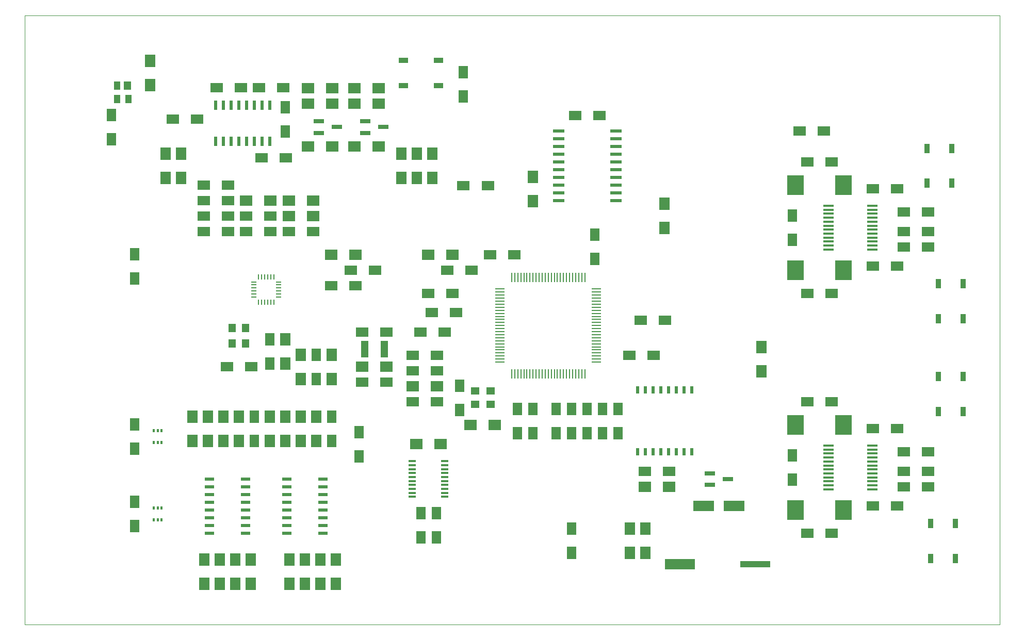
<source format=gbr>
G04 #@! TF.FileFunction,Paste,Top*
%FSLAX46Y46*%
G04 Gerber Fmt 4.6, Leading zero omitted, Abs format (unit mm)*
G04 Created by KiCad (PCBNEW 4.0.3-stable) date 09/09/16 20:24:20*
%MOMM*%
%LPD*%
G01*
G04 APERTURE LIST*
%ADD10C,0.100000*%
%ADD11R,1.270000X0.406400*%
%ADD12R,1.198880X1.399540*%
%ADD13R,1.000760X1.399540*%
%ADD14R,0.508000X1.143000*%
%ADD15R,1.800860X0.800100*%
%ADD16R,1.400000X1.200000*%
%ADD17R,1.200000X1.400000*%
%ADD18R,0.508000X1.543000*%
%ADD19R,1.543000X0.508000*%
%ADD20R,1.950000X0.600000*%
%ADD21R,0.350000X0.600000*%
%ADD22R,3.500120X1.800860*%
%ADD23R,0.280000X1.500000*%
%ADD24R,1.500000X0.280000*%
%ADD25R,1.500000X0.900000*%
%ADD26R,0.900000X1.500000*%
%ADD27R,5.000000X1.800000*%
%ADD28R,5.000000X1.000000*%
%ADD29R,1.150000X2.700000*%
%ADD30R,1.750000X0.400000*%
%ADD31R,0.850000X0.230000*%
%ADD32R,0.230000X0.850000*%
%ADD33R,2.000000X1.600000*%
%ADD34R,1.600000X2.000000*%
%ADD35R,2.700000X3.200000*%
%ADD36R,1.700000X2.000000*%
%ADD37R,2.000000X1.700000*%
G04 APERTURE END LIST*
D10*
X0Y-100000000D02*
X0Y0D01*
X160000000Y-100000000D02*
X0Y-100000000D01*
X160000000Y0D02*
X160000000Y-100000000D01*
X0Y0D02*
X160000000Y0D01*
D11*
X68952000Y-79046000D03*
X68952000Y-78411000D03*
X68952000Y-77750600D03*
X68952000Y-77090200D03*
X68952000Y-76455200D03*
X68952000Y-75794800D03*
X68952000Y-75134400D03*
X68952000Y-74499400D03*
X68952000Y-73839000D03*
X68952000Y-73204000D03*
X63618000Y-73204000D03*
X63618000Y-73839000D03*
X63618000Y-74499400D03*
X63618000Y-75134400D03*
X63618000Y-75794800D03*
X63618000Y-76455200D03*
X63618000Y-77090200D03*
X63618000Y-77750600D03*
X63618000Y-78411000D03*
X63618000Y-79046000D03*
D12*
X16889620Y-11525180D03*
D13*
X15170040Y-11525180D03*
X15170040Y-13724820D03*
X17069960Y-13724820D03*
D14*
X100575000Y-71680000D03*
X101845000Y-71680000D03*
X103115000Y-71680000D03*
X104385000Y-71680000D03*
X105655000Y-71680000D03*
X106925000Y-71680000D03*
X108195000Y-71680000D03*
X109465000Y-71680000D03*
X109465000Y-61520000D03*
X108195000Y-61520000D03*
X106925000Y-61520000D03*
X105655000Y-61520000D03*
X104385000Y-61520000D03*
X103115000Y-61520000D03*
X101845000Y-61520000D03*
X100575000Y-61520000D03*
D15*
X48273860Y-17390000D03*
X48273860Y-19290000D03*
X51276140Y-18340000D03*
X55893860Y-17390000D03*
X55893860Y-19290000D03*
X58896140Y-18340000D03*
X112408860Y-75175000D03*
X112408860Y-77075000D03*
X115411140Y-76125000D03*
D16*
X73905000Y-63890000D03*
X73905000Y-61690000D03*
X76445000Y-63890000D03*
X76445000Y-61690000D03*
D17*
X36270000Y-53900000D03*
X34070000Y-53900000D03*
X36270000Y-51360000D03*
X34070000Y-51360000D03*
D18*
X40250000Y-20680000D03*
X37710000Y-20680000D03*
X36440000Y-20680000D03*
X35170000Y-20680000D03*
X33900000Y-20680000D03*
X32630000Y-20680000D03*
X31360000Y-20680000D03*
X31360000Y-14730000D03*
X32630000Y-14730000D03*
X33900000Y-14730000D03*
X35170000Y-14730000D03*
X36440000Y-14730000D03*
X37710000Y-14730000D03*
X38980000Y-14730000D03*
X40250000Y-14730000D03*
X38980000Y-20680000D03*
D19*
X36240000Y-76125000D03*
X36240000Y-78665000D03*
X36240000Y-79935000D03*
X36240000Y-81205000D03*
X36240000Y-82475000D03*
X36240000Y-83745000D03*
X36240000Y-85015000D03*
X30290000Y-85015000D03*
X30290000Y-83745000D03*
X30290000Y-82475000D03*
X30290000Y-81205000D03*
X30290000Y-79935000D03*
X30290000Y-78665000D03*
X30290000Y-77395000D03*
X30290000Y-76125000D03*
X36240000Y-77395000D03*
X48940000Y-76125000D03*
X48940000Y-78665000D03*
X48940000Y-79935000D03*
X48940000Y-81205000D03*
X48940000Y-82475000D03*
X48940000Y-83745000D03*
X48940000Y-85015000D03*
X42990000Y-85015000D03*
X42990000Y-83745000D03*
X42990000Y-82475000D03*
X42990000Y-81205000D03*
X42990000Y-79935000D03*
X42990000Y-78665000D03*
X42990000Y-77395000D03*
X42990000Y-76125000D03*
X48940000Y-77395000D03*
D20*
X97020000Y-30405000D03*
X97020000Y-29135000D03*
X97020000Y-27865000D03*
X97020000Y-26595000D03*
X97020000Y-25325000D03*
X97020000Y-24055000D03*
X97020000Y-22785000D03*
X97020000Y-21515000D03*
X97020000Y-20245000D03*
X97020000Y-18975000D03*
X87620000Y-18975000D03*
X87620000Y-20245000D03*
X87620000Y-21515000D03*
X87620000Y-22785000D03*
X87620000Y-24055000D03*
X87620000Y-25325000D03*
X87620000Y-26595000D03*
X87620000Y-27865000D03*
X87620000Y-29135000D03*
X87620000Y-30405000D03*
D21*
X22485000Y-68190000D03*
X21835000Y-68190000D03*
X21185000Y-68190000D03*
X21185000Y-70090000D03*
X22485000Y-70090000D03*
X21835000Y-70090000D03*
X22485000Y-80890000D03*
X21835000Y-80890000D03*
X21185000Y-80890000D03*
X21185000Y-82790000D03*
X22485000Y-82790000D03*
X21835000Y-82790000D03*
D22*
X111410640Y-80570000D03*
X116409360Y-80570000D03*
D23*
X79927500Y-58827500D03*
X80427500Y-58827500D03*
X80927500Y-58827500D03*
X81427500Y-58827500D03*
X81927500Y-58827500D03*
X82427500Y-58827500D03*
X82927500Y-58827500D03*
X83427500Y-58827500D03*
X83927500Y-58827500D03*
X84427500Y-58827500D03*
X84927500Y-58827500D03*
X85427500Y-58827500D03*
X85927500Y-58827500D03*
X86427500Y-58827500D03*
X86927500Y-58827500D03*
X87427500Y-58827500D03*
X87927500Y-58827500D03*
X88427500Y-58827500D03*
X88927500Y-58827500D03*
X89427500Y-58827500D03*
X89927500Y-58827500D03*
X90427500Y-58827500D03*
X90927500Y-58827500D03*
X91427500Y-58827500D03*
X91927500Y-58827500D03*
D24*
X93827500Y-56927500D03*
X93827500Y-56427500D03*
X93827500Y-55927500D03*
X93827500Y-55427500D03*
X93827500Y-54927500D03*
X93827500Y-54427500D03*
X93827500Y-53927500D03*
X93827500Y-53427500D03*
X93827500Y-52927500D03*
X93827500Y-52427500D03*
X93827500Y-51927500D03*
X93827500Y-51427500D03*
X93827500Y-50927500D03*
X93827500Y-50427500D03*
X93827500Y-49927500D03*
X93827500Y-49427500D03*
X93827500Y-48927500D03*
X93827500Y-48427500D03*
X93827500Y-47927500D03*
X93827500Y-47427500D03*
X93827500Y-46927500D03*
X93827500Y-46427500D03*
X93827500Y-45927500D03*
X93827500Y-45427500D03*
X93827500Y-44927500D03*
D23*
X91927500Y-43027500D03*
X91427500Y-43027500D03*
X90927500Y-43027500D03*
X90427500Y-43027500D03*
X89927500Y-43027500D03*
X89427500Y-43027500D03*
X88927500Y-43027500D03*
X88427500Y-43027500D03*
X87927500Y-43027500D03*
X87427500Y-43027500D03*
X86927500Y-43027500D03*
X86427500Y-43027500D03*
X85927500Y-43027500D03*
X85427500Y-43027500D03*
X84927500Y-43027500D03*
X84427500Y-43027500D03*
X83927500Y-43027500D03*
X83427500Y-43027500D03*
X82927500Y-43027500D03*
X82427500Y-43027500D03*
X81927500Y-43027500D03*
X81427500Y-43027500D03*
X80927500Y-43027500D03*
X80427500Y-43027500D03*
X79927500Y-43027500D03*
D24*
X78027500Y-44927500D03*
X78027500Y-45427500D03*
X78027500Y-45927500D03*
X78027500Y-46427500D03*
X78027500Y-46927500D03*
X78027500Y-47427500D03*
X78027500Y-47927500D03*
X78027500Y-48427500D03*
X78027500Y-48927500D03*
X78027500Y-49427500D03*
X78027500Y-49927500D03*
X78027500Y-50427500D03*
X78027500Y-50927500D03*
X78027500Y-51427500D03*
X78027500Y-51927500D03*
X78027500Y-52427500D03*
X78027500Y-52927500D03*
X78027500Y-53427500D03*
X78027500Y-53927500D03*
X78027500Y-54427500D03*
X78027500Y-54927500D03*
X78027500Y-55427500D03*
X78027500Y-55927500D03*
X78027500Y-56427500D03*
X78027500Y-56927500D03*
D25*
X67875000Y-11500000D03*
X62155000Y-11500000D03*
X67875000Y-7400000D03*
X62155000Y-7400000D03*
D26*
X152155000Y-21830000D03*
X152155000Y-27550000D03*
X148055000Y-21830000D03*
X148055000Y-27550000D03*
X149960000Y-49775000D03*
X149960000Y-44055000D03*
X154060000Y-49775000D03*
X154060000Y-44055000D03*
X154060000Y-59295000D03*
X154060000Y-65015000D03*
X149960000Y-59295000D03*
X149960000Y-65015000D03*
X148690000Y-89145000D03*
X148690000Y-83425000D03*
X152790000Y-89145000D03*
X152790000Y-83425000D03*
D27*
X107560000Y-90095000D03*
D28*
X119910000Y-90095000D03*
D29*
X55770000Y-54789000D03*
X59020000Y-54789000D03*
D30*
X131900000Y-70645000D03*
X131900000Y-71295000D03*
X131900000Y-71945000D03*
X131900000Y-72595000D03*
X131900000Y-73245000D03*
X131900000Y-73895000D03*
X131900000Y-74545000D03*
X131900000Y-75195000D03*
X131900000Y-75845000D03*
X131900000Y-76495000D03*
X131900000Y-77145000D03*
X131900000Y-77795000D03*
X139100000Y-77795000D03*
X139100000Y-77145000D03*
X139100000Y-76495000D03*
X139100000Y-75845000D03*
X139100000Y-75195000D03*
X139100000Y-74545000D03*
X139100000Y-73895000D03*
X139100000Y-73245000D03*
X139100000Y-72595000D03*
X139100000Y-71945000D03*
X139100000Y-71295000D03*
X139100000Y-70645000D03*
X131900000Y-31275000D03*
X131900000Y-31925000D03*
X131900000Y-32575000D03*
X131900000Y-33225000D03*
X131900000Y-33875000D03*
X131900000Y-34525000D03*
X131900000Y-35175000D03*
X131900000Y-35825000D03*
X131900000Y-36475000D03*
X131900000Y-37125000D03*
X131900000Y-37775000D03*
X131900000Y-38425000D03*
X139100000Y-38425000D03*
X139100000Y-37775000D03*
X139100000Y-37125000D03*
X139100000Y-36475000D03*
X139100000Y-35825000D03*
X139100000Y-35175000D03*
X139100000Y-34525000D03*
X139100000Y-33875000D03*
X139100000Y-33225000D03*
X139100000Y-32575000D03*
X139100000Y-31925000D03*
X139100000Y-31275000D03*
D31*
X37565000Y-43760000D03*
X37565000Y-44260000D03*
X37565000Y-44760000D03*
X37565000Y-45260000D03*
X37565000Y-45760000D03*
X37565000Y-46260000D03*
D32*
X38365000Y-47060000D03*
X38865000Y-47060000D03*
X39365000Y-47060000D03*
X39865000Y-47060000D03*
X40365000Y-47060000D03*
X40865000Y-47060000D03*
D31*
X41665000Y-46260000D03*
X41665000Y-45760000D03*
X41665000Y-45260000D03*
X41665000Y-44760000D03*
X41665000Y-44260000D03*
X41665000Y-43760000D03*
D32*
X40865000Y-42960000D03*
X40365000Y-42960000D03*
X39865000Y-42960000D03*
X39365000Y-42960000D03*
X38865000Y-42960000D03*
X38365000Y-42960000D03*
D33*
X90320000Y-16435000D03*
X94320000Y-16435000D03*
D34*
X93590000Y-40025000D03*
X93590000Y-36025000D03*
X50410000Y-69870000D03*
X50410000Y-65870000D03*
X37710000Y-69870000D03*
X37710000Y-65870000D03*
X92320000Y-68600000D03*
X92320000Y-64600000D03*
D33*
X59395000Y-60250000D03*
X55395000Y-60250000D03*
X59395000Y-51995000D03*
X55395000Y-51995000D03*
X33360000Y-27865000D03*
X29360000Y-27865000D03*
D34*
X54855000Y-68410000D03*
X54855000Y-72410000D03*
D33*
X76000000Y-28000000D03*
X72000000Y-28000000D03*
X139215000Y-28500000D03*
X143215000Y-28500000D03*
X139215000Y-67870000D03*
X143215000Y-67870000D03*
X139215000Y-80570000D03*
X143215000Y-80570000D03*
X128420000Y-45645000D03*
X132420000Y-45645000D03*
D34*
X18025000Y-67140000D03*
X18025000Y-71140000D03*
X18025000Y-79840000D03*
X18025000Y-83840000D03*
X67555000Y-81745000D03*
X67555000Y-85745000D03*
X65015000Y-81745000D03*
X65015000Y-85745000D03*
D33*
X43330000Y-35485000D03*
X47330000Y-35485000D03*
X53490000Y-41835000D03*
X57490000Y-41835000D03*
X50315000Y-44375000D03*
X54315000Y-44375000D03*
D34*
X40250000Y-53170000D03*
X40250000Y-57170000D03*
D33*
X36345000Y-35485000D03*
X40345000Y-35485000D03*
X36345000Y-32945000D03*
X40345000Y-32945000D03*
X29360000Y-35485000D03*
X33360000Y-35485000D03*
X29360000Y-32945000D03*
X33360000Y-32945000D03*
D34*
X14215000Y-20340000D03*
X14215000Y-16340000D03*
X18025000Y-39200000D03*
X18025000Y-43200000D03*
D33*
X42885000Y-23420000D03*
X38885000Y-23420000D03*
X24280000Y-17070000D03*
X28280000Y-17070000D03*
D34*
X42790000Y-19070000D03*
X42790000Y-15070000D03*
D33*
X35470000Y-11835000D03*
X31470000Y-11835000D03*
X144295000Y-38025000D03*
X148295000Y-38025000D03*
X144295000Y-77395000D03*
X148295000Y-77395000D03*
X128420000Y-24055000D03*
X132420000Y-24055000D03*
D34*
X125975000Y-36850000D03*
X125975000Y-32850000D03*
D33*
X128420000Y-63425000D03*
X132420000Y-63425000D03*
X139215000Y-41200000D03*
X143215000Y-41200000D03*
X127150000Y-18975000D03*
X131150000Y-18975000D03*
D34*
X89780000Y-84285000D03*
X89780000Y-88285000D03*
X72000000Y-13355000D03*
X72000000Y-9355000D03*
D33*
X128420000Y-85015000D03*
X132420000Y-85015000D03*
X144295000Y-32310000D03*
X148295000Y-32310000D03*
X148295000Y-35485000D03*
X144295000Y-35485000D03*
D34*
X83430000Y-64600000D03*
X83430000Y-68600000D03*
D33*
X63650000Y-58345000D03*
X67650000Y-58345000D03*
X66825000Y-48820000D03*
X70825000Y-48820000D03*
X105115000Y-50090000D03*
X101115000Y-50090000D03*
D34*
X87240000Y-68600000D03*
X87240000Y-64600000D03*
D33*
X69365000Y-41835000D03*
X73365000Y-41835000D03*
D34*
X94860000Y-68600000D03*
X94860000Y-64600000D03*
D33*
X66190000Y-45645000D03*
X70190000Y-45645000D03*
D34*
X80890000Y-68600000D03*
X80890000Y-64600000D03*
D33*
X76350000Y-39295000D03*
X80350000Y-39295000D03*
D34*
X89780000Y-68600000D03*
X89780000Y-64600000D03*
D33*
X103210000Y-55805000D03*
X99210000Y-55805000D03*
X63650000Y-55805000D03*
X67650000Y-55805000D03*
X68920000Y-51995000D03*
X64920000Y-51995000D03*
X63650000Y-63425000D03*
X67650000Y-63425000D03*
X42455000Y-11835000D03*
X38455000Y-11835000D03*
X101750000Y-74855000D03*
X105750000Y-74855000D03*
D34*
X125975000Y-76220000D03*
X125975000Y-72220000D03*
D33*
X144295000Y-71680000D03*
X148295000Y-71680000D03*
X148295000Y-74855000D03*
X144295000Y-74855000D03*
X29360000Y-30405000D03*
X33360000Y-30405000D03*
D34*
X97400000Y-64600000D03*
X97400000Y-68600000D03*
D33*
X33170000Y-57710000D03*
X37170000Y-57710000D03*
D34*
X71365000Y-60790000D03*
X71365000Y-64790000D03*
X47870000Y-55710000D03*
X47870000Y-59710000D03*
D35*
X134370000Y-27865000D03*
X126470000Y-27865000D03*
X134370000Y-41835000D03*
X126470000Y-41835000D03*
X134370000Y-67235000D03*
X126470000Y-67235000D03*
X134370000Y-81205000D03*
X126470000Y-81205000D03*
D36*
X120895000Y-58440000D03*
X120895000Y-54440000D03*
D37*
X101750000Y-77395000D03*
X105750000Y-77395000D03*
D36*
X105020000Y-34945000D03*
X105020000Y-30945000D03*
D37*
X36345000Y-30405000D03*
X40345000Y-30405000D03*
X77175000Y-67235000D03*
X73175000Y-67235000D03*
X50315000Y-39295000D03*
X54315000Y-39295000D03*
X70190000Y-39295000D03*
X66190000Y-39295000D03*
D36*
X25645000Y-22690000D03*
X25645000Y-26690000D03*
X45330000Y-65870000D03*
X45330000Y-69870000D03*
X42790000Y-65870000D03*
X42790000Y-69870000D03*
X40250000Y-65870000D03*
X40250000Y-69870000D03*
X47870000Y-65870000D03*
X47870000Y-69870000D03*
X37075000Y-93365000D03*
X37075000Y-89365000D03*
X34535000Y-93365000D03*
X34535000Y-89365000D03*
X31995000Y-93365000D03*
X31995000Y-89365000D03*
X29455000Y-93365000D03*
X29455000Y-89365000D03*
X27550000Y-65870000D03*
X27550000Y-69870000D03*
X30090000Y-65870000D03*
X30090000Y-69870000D03*
X32630000Y-65870000D03*
X32630000Y-69870000D03*
X35170000Y-65870000D03*
X35170000Y-69870000D03*
X43425000Y-93365000D03*
X43425000Y-89365000D03*
X45965000Y-93365000D03*
X45965000Y-89365000D03*
X48505000Y-93365000D03*
X48505000Y-89365000D03*
X51045000Y-93365000D03*
X51045000Y-89365000D03*
D37*
X43330000Y-32945000D03*
X47330000Y-32945000D03*
D36*
X23105000Y-22690000D03*
X23105000Y-26690000D03*
D37*
X47330000Y-30405000D03*
X43330000Y-30405000D03*
D36*
X42790000Y-53170000D03*
X42790000Y-57170000D03*
D37*
X46505000Y-21515000D03*
X50505000Y-21515000D03*
X54125000Y-21515000D03*
X58125000Y-21515000D03*
X50505000Y-14530000D03*
X46505000Y-14530000D03*
X58125000Y-14530000D03*
X54125000Y-14530000D03*
X50505000Y-11990000D03*
X46505000Y-11990000D03*
X58125000Y-11990000D03*
X54125000Y-11990000D03*
X67650000Y-60885000D03*
X63650000Y-60885000D03*
X68285000Y-70410000D03*
X64285000Y-70410000D03*
D36*
X101845000Y-84285000D03*
X101845000Y-88285000D03*
X99305000Y-88285000D03*
X99305000Y-84285000D03*
X20565000Y-7450000D03*
X20565000Y-11450000D03*
X45330000Y-59710000D03*
X45330000Y-55710000D03*
X50410000Y-55710000D03*
X50410000Y-59710000D03*
X83430000Y-26500000D03*
X83430000Y-30500000D03*
X66920000Y-22690000D03*
X66920000Y-26690000D03*
X61840000Y-22690000D03*
X61840000Y-26690000D03*
X64380000Y-22690000D03*
X64380000Y-26690000D03*
D37*
X55395000Y-57710000D03*
X59395000Y-57710000D03*
M02*

</source>
